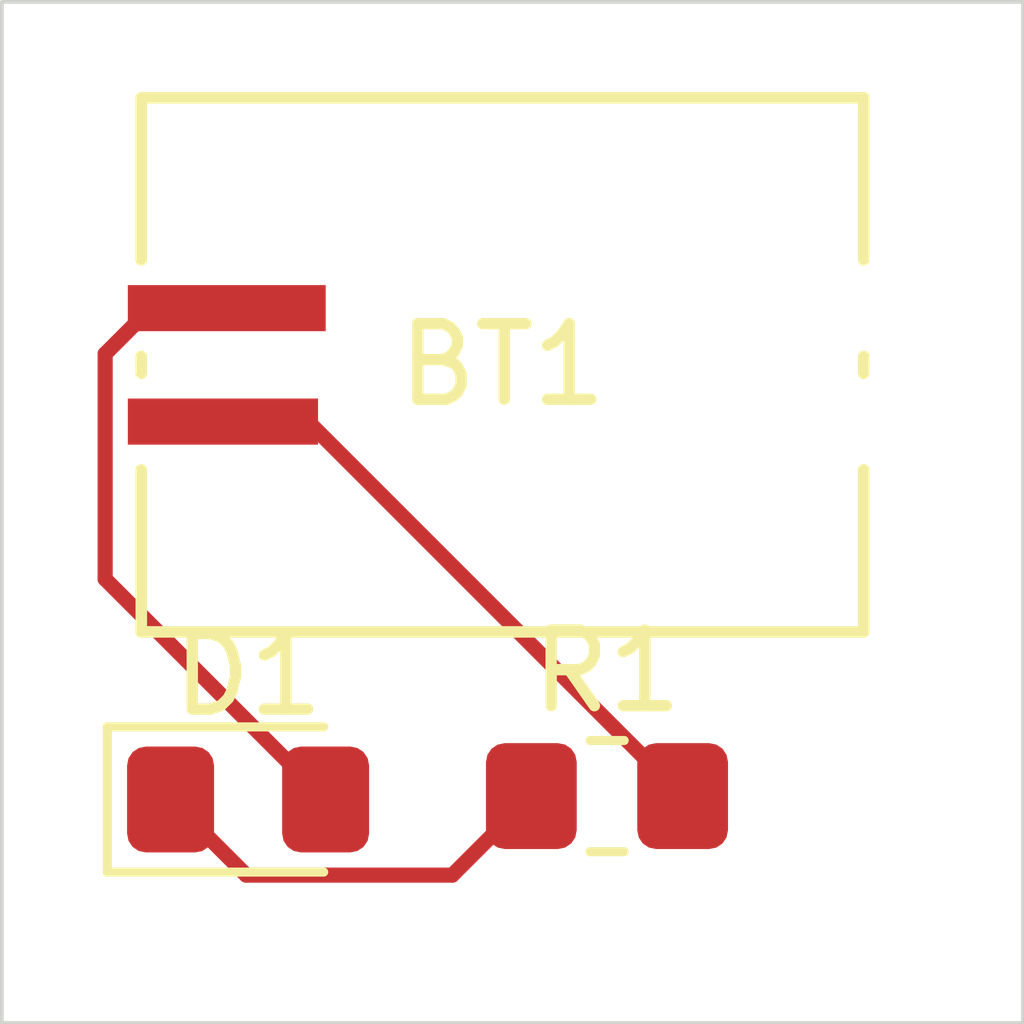
<source format=kicad_pcb>
(kicad_pcb (version 20240108) (generator "pcbnew") (generator_version "8.0")
  (title_block (title "First Project") (date "2024-10-11") (rev "1.0") (company "Formula Slug"))
  (layers (0 "F.Cu" signal) (31 "B.Cu" signal) (34 "B.Paste" user) (35 "F.Paste" user) (36 "B.SilkS" user "B.Silkscreen") (37 "F.SilkS" user "F.Silkscreen") (38 "B.Mask" user) (39 "F.Mask" user) (44 "Edge.Cuts" user))
  (net 0 "")
  (net 1 "Net-(BT1--)")
  (net 2 "Net-(BT1-+)")
  (net 3 "Net-(D1-K)")
  (footprint "Resistor_SMD:R_0805_2012Metric_Pad1.20x1.40mm_HandSolder" (layer "F.Cu") (at 134.5 82.5)
    (property "Reference" "R1" (at 0 -1.65 0) (layer "F.SilkS"))
    (property "Value" "R")
    (fp_line (start -0.227064 -0.735) (end 0.227064 -0.735) (stroke (width 0.12)) (layer "F.SilkS"))
    (fp_line (start -0.227064 0.735) (end 0.227064 0.735) (stroke (width 0.12)) (layer "F.SilkS"))
    (pad "1" smd roundrect (at -1 0) (size 1.2 1.4) (layers "F.Cu" "F.Paste" "F.Mask") (roundrect_rratio 0.208333) (net 3 "Net-(D1-K)"))
    (pad "2" smd roundrect (at 1 0) (size 1.2 1.4) (layers "F.Cu" "F.Paste" "F.Mask") (roundrect_rratio 0.208333) (net 1 "Net-(BT1--)"))
  )
  (footprint "LED_SMD:LED_0805_2012Metric_Pad1.15x1.40mm_HandSolder" (layer "F.Cu") (at 129.755 82.545)
    (property "Reference" "D1" (at 0 -1.65 0) (layer "F.SilkS"))
    (property "Value" "LED")
    (fp_line (start -1.86 -0.96) (end -1.86 0.96) (stroke (width 0.12)) (layer "F.SilkS"))
    (fp_line (start -1.86 0.96) (end 1 0.96) (stroke (width 0.12)) (layer "F.SilkS"))
    (fp_line (start 1 -0.96) (end -1.86 -0.96) (stroke (width 0.12)) (layer "F.SilkS"))
    (pad "1" smd roundrect (at -1.025 0) (size 1.15 1.4) (layers "F.Cu" "F.Paste" "F.Mask") (roundrect_rratio 0.217391) (net 3 "Net-(D1-K)"))
    (pad "2" smd roundrect (at 1.025 0) (size 1.15 1.4) (layers "F.Cu" "F.Paste" "F.Mask") (roundrect_rratio 0.217391) (net 2 "Net-(BT1-+)"))
  )
  (footprint "FS_3_Global_Footprint_Library:MS621FE-FL11E_SEC" (layer "F.Cu") (at 133.1182 76.7988)
    (property "Reference" "BT1" (at 0 0 0) (layer "F.SilkS"))
    (property "Value" "Battery_Cell")
    (fp_line (start -4.7752 -3.5306) (end -4.7752 -1.387541) (stroke (width 0.1524)) (layer "F.SilkS"))
    (fp_line (start -4.7752 -0.112461) (end -4.7752 0.112461) (stroke (width 0.1524)) (layer "F.SilkS"))
    (fp_line (start -4.7752 1.387541) (end -4.7752 3.5306) (stroke (width 0.1524)) (layer "F.SilkS"))
    (fp_line (start -4.7752 3.5306) (end 4.7752 3.5306) (stroke (width 0.1524)) (layer "F.SilkS"))
    (fp_line (start 4.7752 -3.5306) (end -4.7752 -3.5306) (stroke (width 0.1524)) (layer "F.SilkS"))
    (fp_line (start 4.7752 -1.387541) (end 4.7752 -3.5306) (stroke (width 0.1524)) (layer "F.SilkS"))
    (fp_line (start 4.7752 0.112461) (end 4.7752 -0.112461) (stroke (width 0.1524)) (layer "F.SilkS"))
    (fp_line (start 4.7752 3.5306) (end 4.7752 1.387541) (stroke (width 0.1524)) (layer "F.SilkS"))
    (pad "1" smd rect (at -3.6449 -0.750001) (size 2.6162 0.6096) (layers "F.Cu" "F.Paste" "F.Mask") (net 2 "Net-(BT1-+)"))
    (pad "2" smd rect (at -3.6957 0.750001) (size 2.5146 0.6096) (layers "F.Cu" "F.Paste" "F.Mask") (net 1 "Net-(BT1--)"))
  )
  (gr_rect (start 126.5 72) (end 140 85.5) (stroke (width 0.05)) (fill none) (layer "Edge.Cuts"))
  (segment (start 135.5 82.5) (end 130.548801 77.548801) (width 0.2) (layer "F.Cu") (net 1))
  (segment (start 130.548801 77.548801) (end 129.4225 77.548801) (width 0.2) (layer "F.Cu") (net 1))
  (segment (start 128.47 76.048799) (end 129.4733 76.048799) (width 0.2) (layer "F.Cu") (net 2))
  (segment (start 127.8652 76.653599) (end 128.47 76.048799) (width 0.2) (layer "F.Cu") (net 2))
  (segment (start 130.78 82.545) (end 127.8652 79.6302) (width 0.2) (layer "F.Cu") (net 2))
  (segment (start 127.8652 79.6302) (end 127.8652 76.653599) (width 0.2) (layer "F.Cu") (net 2))
  (segment (start 133.5 82.5) (end 132.455 83.545) (width 0.2) (layer "F.Cu") (net 3))
  (segment (start 129.73 83.545) (end 128.73 82.545) (width 0.2) (layer "F.Cu") (net 3))
  (segment (start 132.455 83.545) (end 129.73 83.545) (width 0.2) (layer "F.Cu") (net 3))
)
</source>
